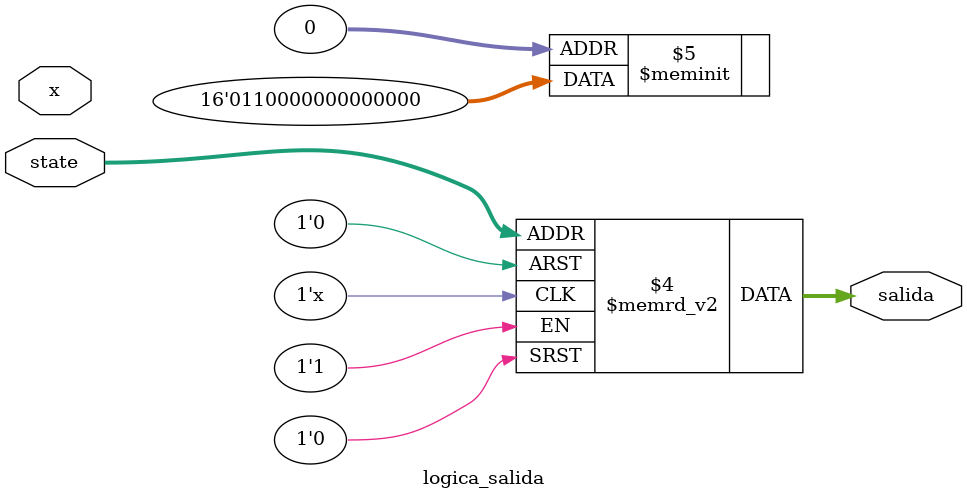
<source format=sv>
module logica_salida (input logic x,
							 input logic [2:0] state,
							 output logic [1:0] salida);
							 

always_comb
	case(state)
		0: salida = 2'b00; 
		1: salida = 2'b00; 
		2: salida = 2'b00;
		3: salida = 2'b00; 
		4: salida = 2'b00; 
		5: salida = 2'b00;
		6: salida = 2'b10; 
		7: salida = 2'b01; 
		
		default: salida = 2'b00;
	endcase
				
endmodule
</source>
